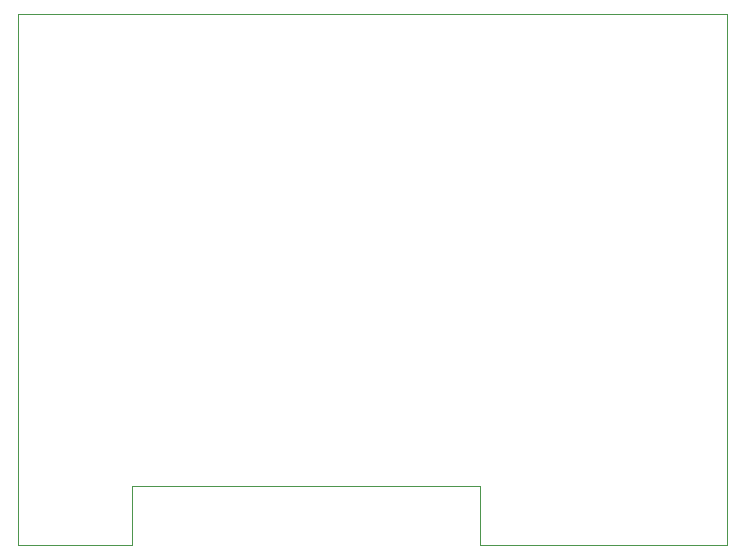
<source format=gbr>
%TF.GenerationSoftware,KiCad,Pcbnew,7.0.1*%
%TF.CreationDate,2023-07-17T09:13:53+02:00*%
%TF.ProjectId,gemma20Pico,67656d6d-6132-4305-9069-636f2e6b6963,rev?*%
%TF.SameCoordinates,Original*%
%TF.FileFunction,Profile,NP*%
%FSLAX46Y46*%
G04 Gerber Fmt 4.6, Leading zero omitted, Abs format (unit mm)*
G04 Created by KiCad (PCBNEW 7.0.1) date 2023-07-17 09:13:53*
%MOMM*%
%LPD*%
G01*
G04 APERTURE LIST*
%TA.AperFunction,Profile*%
%ADD10C,0.100000*%
%TD*%
G04 APERTURE END LIST*
D10*
X99500000Y-125300000D02*
X89900000Y-125300000D01*
X89900000Y-80300000D02*
X149900000Y-80300000D01*
X99500000Y-120300000D02*
X99500000Y-125300000D01*
X149900000Y-80300000D02*
X149900000Y-120300000D01*
X149900000Y-120300000D02*
X149900000Y-125300000D01*
X149000000Y-125300000D02*
X129000000Y-125300000D01*
X129000000Y-120300000D02*
X99500000Y-120300000D01*
X149900000Y-125300000D02*
X149000000Y-125300000D01*
X129000000Y-125300000D02*
X129000000Y-120300000D01*
X89900000Y-125300000D02*
X89900000Y-80300000D01*
M02*

</source>
